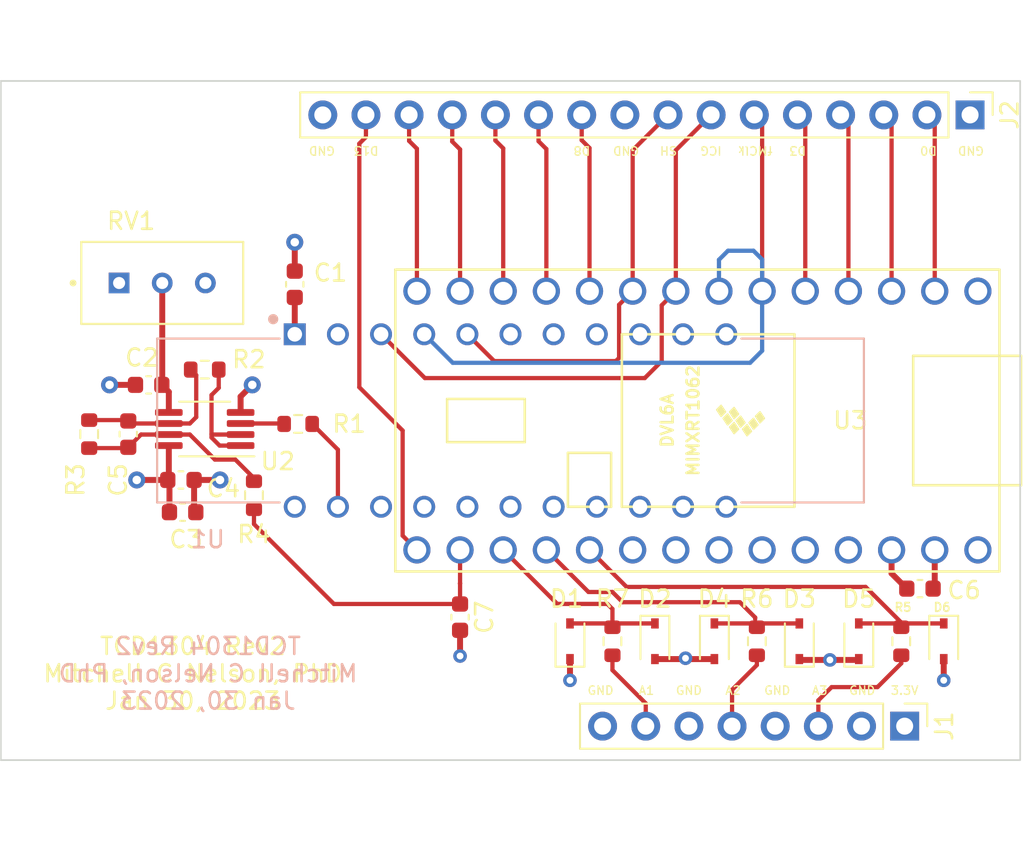
<source format=kicad_pcb>
(kicad_pcb (version 20211014) (generator pcbnew)
  (layers (0 "F.Cu" signal) (1 "In1.Cu" signal) (2 "In2.Cu" signal) (31 "B.Cu" signal) (34 "B.Paste" user) (35 "F.Paste" user) (36 "B.SilkS" user "B.Silkscreen") (37 "F.SilkS" user "F.Silkscreen") (38 "B.Mask" user) (39 "F.Mask" user) (44 "Edge.Cuts" user))
  (net 0 "")
  (net 1 "+3.3V")
  (net 2 "Earth")
  (net 3 "Net-(C2-Pad1)")
  (net 4 "Net-(C5-Pad1)")
  (net 5 "Net-(C5-Pad2)")
  (net 6 "Net-(D5-Pad2)")
  (net 7 "Net-(J2-Pad2)")
  (net 8 "Net-(J2-Pad3)")
  (net 9 "Net-(J2-Pad4)")
  (net 10 "Net-(J2-Pad5)")
  (net 11 "Net-(J2-Pad6)")
  (net 12 "Net-(J2-Pad7)")
  (net 13 "Net-(J2-Pad8)")
  (net 14 "Net-(J2-Pad10)")
  (net 15 "Net-(J2-Pad11)")
  (net 16 "Net-(J2-Pad12)")
  (net 17 "Net-(J2-Pad13)")
  (net 18 "Net-(J2-Pad14)")
  (net 19 "Net-(J2-Pad15)")
  (net 20 "Net-(R1-Pad1)")
  (net 21 "Net-(R1-Pad2)")
  (net 22 "Net-(R2-Pad1)")
  (net 23 "Net-(C7-Pad1)")
  (net 31 "Net-(D1-Pad2)")
  (net 32 "Net-(D3-Pad2)")
  (net 33 "Net-(J1-Pad3)")
  (net 34 "Net-(J1-Pad5)")
  (net 35 "Net-(J1-Pad7)")
  (footprint "Diode_SMD:D_SOD-323" (layer "F.Cu") (at 153.5 113 90)
    (fp_text reference "D1" (at 2.5 -0.2 180) (layer "F.SilkS"))
    (fp_text value "D_Schottky" hide)
    (fp_line (start -1.5 0.85) (end 1.05 0.85) (layer "F.SilkS") (width 0.12))
    (fp_line (start -1.5 -0.85) (end -1.5 0.85) (layer "F.SilkS") (width 0.12))
    (fp_line (start -1.5 -0.85) (end 1.05 -0.85) (layer "F.SilkS") (width 0.12))
    (pad "1" smd rect (at -1.05 0 90) (size 0.6 0.45) (layers "F.Cu" "F.Paste" "F.Mask") (net 1 "+3.3V"))
    (pad "2" smd rect (at 1.05 0 90) (size 0.6 0.45) (layers "F.Cu" "F.Paste" "F.Mask") (net 31 "Net-(D1-Pad2)"))
  )
  (footprint "Diode_SMD:D_SOD-323" (layer "F.Cu") (at 170.5 113 90)
    (fp_text reference "D5" (at 2.5 0 180) (layer "F.SilkS"))
    (fp_text value "D_Schottky")
    (fp_line (start -1.5 -0.85) (end -1.5 0.85) (layer "F.SilkS") (width 0.12))
    (fp_line (start -1.5 -0.85) (end 1.05 -0.85) (layer "F.SilkS") (width 0.12))
    (fp_line (start -1.5 0.85) (end 1.05 0.85) (layer "F.SilkS") (width 0.12))
    (pad "1" smd rect (at -1.05 0 90) (size 0.6 0.45) (layers "F.Cu" "F.Paste" "F.Mask") (net 1 "+3.3V"))
    (pad "2" smd rect (at 1.05 0 90) (size 0.6 0.45) (layers "F.Cu" "F.Paste" "F.Mask") (net 6 "Net-(D5-Pad2)"))
  )
  (footprint "Resistor_SMD:R_0603_1608Metric" (layer "F.Cu") (at 173 113 90)
    (fp_text reference "R5" (at 2 0.1 180) (layer "F.SilkS") (effects (font (size 0.5 0.5) (thickness 0.1))))
    (fp_text value "300R")
    (fp_line (start -0.237258 -0.5225) (end 0.237258 -0.5225) (layer "F.SilkS") (width 0.12))
    (fp_line (start -0.237258 0.5225) (end 0.237258 0.5225) (layer "F.SilkS") (width 0.12))
    (pad "1" smd roundrect (at -0.825 0 90) (size 0.8 0.95) (layers "F.Cu" "F.Paste" "F.Mask") (net 33 "Net-(J1-Pad3)"))
    (pad "2" smd roundrect (at 0.825 0 90) (size 0.8 0.95) (layers "F.Cu" "F.Paste" "F.Mask") (net 6 "Net-(D5-Pad2)"))
  )
  (footprint "Capacitor_SMD:C_0603_1608Metric" (layer "F.Cu") (at 147.03 111.58 -90)
    (fp_text reference "C7" (at 0 -1.43 90) (layer "F.SilkS"))
    (fp_text value "1nF")
    (fp_line (start -0.14058 -0.51) (end 0.14058 -0.51) (layer "F.SilkS") (width 0.12))
    (fp_line (start -0.14058 0.51) (end 0.14058 0.51) (layer "F.SilkS") (width 0.12))
    (pad "1" smd roundrect (at -0.775 0 270) (size 0.9 0.95) (layers "F.Cu" "F.Paste" "F.Mask") (net 23 "Net-(C7-Pad1)"))
    (pad "2" smd roundrect (at 0.775 0 270) (size 0.9 0.95) (layers "F.Cu" "F.Paste" "F.Mask") (net 2 "Earth"))
  )
  (footprint "Capacitor_SMD:C_0603_1608Metric" (layer "F.Cu") (at 174.1 109.9)
    (fp_text reference "C6" (at 2.6 0.1) (layer "F.SilkS"))
    (fp_text value "10uF")
    (fp_line (start -0.14058 0.51) (end 0.14058 0.51) (layer "F.SilkS") (width 0.12))
    (fp_line (start -0.14058 -0.51) (end 0.14058 -0.51) (layer "F.SilkS") (width 0.12))
    (pad "1" smd roundrect (at -0.775 0) (size 0.9 0.95) (layers "F.Cu" "F.Paste" "F.Mask") (net 1 "+3.3V"))
    (pad "2" smd roundrect (at 0.775 0) (size 0.9 0.95) (layers "F.Cu" "F.Paste" "F.Mask") (net 2 "Earth"))
  )
  (footprint "Resistor_SMD:R_0603_1608Metric" (layer "F.Cu") (at 156 113 90)
    (fp_text reference "R7" (at 2.5 0 180) (layer "F.SilkS"))
    (fp_text value "300R" hide)
    (fp_line (start -0.237258 -0.5225) (end 0.237258 -0.5225) (layer "F.SilkS") (width 0.12))
    (fp_line (start -0.237258 0.5225) (end 0.237258 0.5225) (layer "F.SilkS") (width 0.12))
    (pad "1" smd roundrect (at -0.825 0 90) (size 0.8 0.95) (layers "F.Cu" "F.Paste" "F.Mask") (net 35 "Net-(J1-Pad7)"))
    (pad "2" smd roundrect (at 0.825 0 90) (size 0.8 0.95) (layers "F.Cu" "F.Paste" "F.Mask") (net 31 "Net-(D1-Pad2)"))
  )
  (footprint "BournsTrimPot_3296W-1-502LF:TRIM_3296W-1-502LF" (layer "F.Cu") (at 129.5 91.9)
    (fp_text reference "RV1" (at -1.83284 -3.65058) (layer "F.SilkS") (effects (font (size 1.004283 1.004283))))
    (fp_text value "10K")
    (fp_line (start 4.765 -2.42) (end 4.765 2.41) (layer "F.SilkS") (width 0.127))
    (fp_line (start -4.765 2.41) (end -4.765 -2.42) (layer "F.SilkS") (width 0.127))
    (fp_line (start 4.765 2.41) (end -4.765 2.41) (layer "F.SilkS") (width 0.127))
    (fp_line (start -4.765 -2.42) (end 4.765 -2.42) (layer "F.SilkS") (width 0.127))
    (fp_circle (center -5.25 0) (end -5.15 0) (layer "F.SilkS") (width 0.2) (fill none))
    (pad "1" thru_hole rect locked (at -2.54 0) (size 1.218 1.218) (drill 0.71) (layers *.Cu *.Mask) (net 1 "+3.3V"))
    (pad "2" thru_hole circle locked (at 0 0) (size 1.218 1.218) (drill 0.71) (layers *.Cu *.Mask) (net 3 "Net-(C2-Pad1)"))
    (pad "3" thru_hole circle locked (at 2.54 0) (size 1.218 1.218) (drill 0.71) (layers *.Cu *.Mask) (net 2 "Earth"))
  )
  (footprint "Resistor_SMD:R_0603_1608Metric" (layer "F.Cu") (at 134.9 104.4 -90)
    (fp_text reference "R4" (at 2.3 0) (layer "F.SilkS"))
    (fp_text value "100R")
    (fp_line (start -0.237258 -0.5225) (end 0.237258 -0.5225) (layer "F.SilkS") (width 0.12))
    (fp_line (start -0.237258 0.5225) (end 0.237258 0.5225) (layer "F.SilkS") (width 0.12))
    (pad "1" smd roundrect (at -0.825 0 270) (size 0.8 0.95) (layers "F.Cu" "F.Paste" "F.Mask") (net 4 "Net-(C5-Pad1)"))
    (pad "2" smd roundrect (at 0.825 0 270) (size 0.8 0.95) (layers "F.Cu" "F.Paste" "F.Mask") (net 23 "Net-(C7-Pad1)"))
  )
  (footprint "teensy_footprints:Teensy40" (layer "F.Cu") (at 161 100 180)
    (fp_text reference "U3" (at -9 0) (layer "F.SilkS"))
    (fp_text value "Teensy4.0")
    (fp_text user "MIMXRT1062" (at 0.254 0 90) (layer "F.SilkS") (effects (font (size 0.7 0.7))))
    (fp_text user "DVL6A" (at 1.778 0 90) (layer "F.SilkS") (effects (font (size 0.7 0.7))))
    (fp_line (start -17.78 8.89) (end -17.78 -8.89) (layer "F.SilkS") (width 0.15))
    (fp_line (start -17.78 3.81) (end -19.05 3.81) (layer "F.SilkS") (width 0.15))
    (fp_line (start -19.05 3.81) (end -19.05 -3.81) (layer "F.SilkS") (width 0.15))
    (fp_line (start -12.7 3.81) (end -12.7 -3.81) (layer "F.SilkS") (width 0.15))
    (fp_line (start -17.78 -8.89) (end 17.78 -8.89) (layer "F.SilkS") (width 0.15))
    (fp_line (start 10.16 1.27) (end 10.16 -1.27) (layer "F.SilkS") (width 0.15))
    (fp_line (start 4.445 -5.08) (end -5.715 -5.08) (layer "F.SilkS") (width 0.15))
    (fp_line (start 4.445 5.08) (end 4.445 -5.08) (layer "F.SilkS") (width 0.15))
    (fp_line (start 5.08 -1.905) (end 5.08 -5.08) (layer "F.SilkS") (width 0.15))
    (fp_line (start 17.78 8.89) (end -17.78 8.89) (layer "F.SilkS") (width 0.15))
    (fp_line (start 7.62 -5.08) (end 7.62 -1.905) (layer "F.SilkS") (width 0.15))
    (fp_line (start -5.715 -5.08) (end -5.715 5.08) (layer "F.SilkS") (width 0.15))
    (fp_line (start 14.732 1.27) (end 10.16 1.27) (layer "F.SilkS") (width 0.15))
    (fp_line (start 5.08 -5.08) (end 7.62 -5.08) (layer "F.SilkS") (width 0.15))
    (fp_line (start 7.62 -1.905) (end 5.08 -1.905) (layer "F.SilkS") (width 0.15))
    (fp_line (start -19.05 -3.81) (end -17.78 -3.81) (layer "F.SilkS") (width 0.15))
    (fp_line (start -12.7 -3.81) (end -17.78 -3.81) (layer "F.SilkS") (width 0.15))
    (fp_line (start 10.16 -1.27) (end 14.732 -1.27) (layer "F.SilkS") (width 0.15))
    (fp_line (start 4.445 5.08) (end -5.715 5.08) (layer "F.SilkS") (width 0.15))
    (fp_line (start 14.732 -1.27) (end 14.732 1.27) (layer "F.SilkS") (width 0.15))
    (fp_line (start 17.78 -8.89) (end 17.78 8.89) (layer "F.SilkS") (width 0.15))
    (fp_line (start -12.7 3.81) (end -17.78 3.81) (layer "F.SilkS") (width 0.15))
    (fp_poly (pts (xy -3.556 -0.254) (xy -3.302 -0.508) (xy -3.048 -0.127) (xy -3.302 0.127)) (layer "F.SilkS") (width 0.1) (fill solid))
    (fp_poly (pts (xy -2.413 -0.508) (xy -2.159 -0.762) (xy -1.905 -0.381) (xy -2.159 -0.127)) (layer "F.SilkS") (width 0.1) (fill solid))
    (fp_poly (pts (xy -2.032 0) (xy -1.778 -0.254) (xy -1.524 0.127) (xy -1.778 0.381)) (layer "F.SilkS") (width 0.1) (fill solid))
    (fp_poly (pts (xy -1.651 0.508) (xy -1.397 0.254) (xy -1.143 0.635) (xy -1.397 0.889)) (layer "F.SilkS") (width 0.1) (fill solid))
    (fp_poly (pts (xy -3.937 0.127) (xy -3.683 -0.127) (xy -3.429 0.254) (xy -3.683 0.508)) (layer "F.SilkS") (width 0.1) (fill solid))
    (fp_poly (pts (xy -2.794 -0.127) (xy -2.54 -0.381) (xy -2.286 0) (xy -2.54 0.254)) (layer "F.SilkS") (width 0.1) (fill solid))
    (fp_poly (pts (xy -2.413 0.381) (xy -2.159 0.127) (xy -1.905 0.508) (xy -2.159 0.762)) (layer "F.SilkS") (width 0.1) (fill solid))
    (fp_poly (pts (xy -3.175 -0.635) (xy -2.921 -0.889) (xy -2.667 -0.508) (xy -2.921 -0.254)) (layer "F.SilkS") (width 0.1) (fill solid))
    (pad "1" thru_hole circle (at -16.51 7.62 180) (size 1.6 1.6) (drill 1.1) (layers *.Cu *.Mask) (net 2 "Earth"))
    (pad "2" thru_hole circle (at -13.97 7.62 180) (size 1.6 1.6) (drill 1.1) (layers *.Cu *.Mask) (net 7 "Net-(J2-Pad2)"))
    (pad "3" thru_hole circle (at -11.43 7.62 180) (size 1.6 1.6) (drill 1.1) (layers *.Cu *.Mask) (net 8 "Net-(J2-Pad3)"))
    (pad "4" thru_hole circle (at -8.89 7.62 180) (size 1.6 1.6) (drill 1.1) (layers *.Cu *.Mask) (net 9 "Net-(J2-Pad4)"))
    (pad "5" thru_hole circle (at -6.35 7.62 180) (size 1.6 1.6) (drill 1.1) (layers *.Cu *.Mask) (net 10 "Net-(J2-Pad5)"))
    (pad "6" thru_hole circle (at -3.81 7.62 180) (size 1.6 1.6) (drill 1.1) (layers *.Cu *.Mask) (net 11 "Net-(J2-Pad6)"))
    (pad "7" thru_hole circle (at -1.27 7.62 180) (size 1.6 1.6) (drill 1.1) (layers *.Cu *.Mask) (net 11 "Net-(J2-Pad6)"))
    (pad "8" thru_hole circle (at 1.27 7.62 180) (size 1.6 1.6) (drill 1.1) (layers *.Cu *.Mask) (net 12 "Net-(J2-Pad7)"))
    (pad "9" thru_hole circle (at 3.81 7.62 180) (size 1.6 1.6) (drill 1.1) (layers *.Cu *.Mask) (net 13 "Net-(J2-Pad8)"))
    (pad "10" thru_hole circle (at 6.35 7.62 180) (size 1.6 1.6) (drill 1.1) (layers *.Cu *.Mask) (net 14 "Net-(J2-Pad10)"))
    (pad "11" thru_hole circle (at 8.89 7.62 180) (size 1.6 1.6) (drill 1.1) (layers *.Cu *.Mask) (net 15 "Net-(J2-Pad11)"))
    (pad "12" thru_hole circle (at 11.43 7.62 180) (size 1.6 1.6) (drill 1.1) (layers *.Cu *.Mask) (net 16 "Net-(J2-Pad12)"))
    (pad "13" thru_hole circle (at 13.97 7.62 180) (size 1.6 1.6) (drill 1.1) (layers *.Cu *.Mask) (net 17 "Net-(J2-Pad13)"))
    (pad "14" thru_hole circle (at 16.51 7.62 180) (size 1.6 1.6) (drill 1.1) (layers *.Cu *.Mask) (net 18 "Net-(J2-Pad14)"))
    (pad "20" thru_hole circle (at 16.51 -7.62 180) (size 1.6 1.6) (drill 1.1) (layers *.Cu *.Mask) (net 19 "Net-(J2-Pad15)"))
    (pad "21" thru_hole circle (at 13.97 -7.62 180) (size 1.6 1.6) (drill 1.1) (layers *.Cu *.Mask) (net 23 "Net-(C7-Pad1)"))
    (pad "22" thru_hole circle (at 11.43 -7.62 180) (size 1.6 1.6) (drill 1.1) (layers *.Cu *.Mask) (net 31 "Net-(D1-Pad2)"))
    (pad "23" thru_hole circle (at 8.89 -7.62 180) (size 1.6 1.6) (drill 1.1) (layers *.Cu *.Mask) (net 32 "Net-(D3-Pad2)"))
    (pad "24" thru_hole circle (at 6.35 -7.62 180) (size 1.6 1.6) (drill 1.1) (layers *.Cu *.Mask) (net 6 "Net-(D5-Pad2)"))
    (pad "25" thru_hole circle (at 3.81 -7.62 180) (size 1.6 1.6) (drill 1.1) (layers *.Cu *.Mask))
    (pad "26" thru_hole circle (at 1.27 -7.62 180) (size 1.6 1.6) (drill 1.1) (layers *.Cu *.Mask))
    (pad "27" thru_hole circle (at -1.27 -7.62 180) (size 1.6 1.6) (drill 1.1) (layers *.Cu *.Mask))
    (pad "28" thru_hole circle (at -3.81 -7.62 180) (size 1.6 1.6) (drill 1.1) (layers *.Cu *.Mask))
    (pad "29" thru_hole circle (at -6.35 -7.62 180) (size 1.6 1.6) (drill 1.1) (layers *.Cu *.Mask))
    (pad "30" thru_hole circle (at -8.89 -7.62 180) (size 1.6 1.6) (drill 1.1) (layers *.Cu *.Mask))
    (pad "31" thru_hole circle (at -11.43 -7.62 180) (size 1.6 1.6) (drill 1.1) (layers *.Cu *.Mask) (net 1 "+3.3V"))
    (pad "32" thru_hole circle locked (at -13.97 -7.62 180) (size 1.6 1.6) (drill 1.1) (layers *.Cu *.Mask) (net 2 "Earth"))
    (pad "33" thru_hole circle (at -16.51 -7.62 180) (size 1.6 1.6) (drill 1.1) (layers *.Cu *.Mask))
  )
  (footprint "Package_SO:MSOP-8_3x3mm_P0.65mm" (layer "F.Cu") (at 132 100.5 180)
    (fp_text reference "U2" (at -4.3 -1.9) (layer "F.SilkS"))
    (fp_text value "ADA4896-2")
    (fp_line (start 0 -1.61) (end 1.5 -1.61) (layer "F.SilkS") (width 0.12))
    (fp_line (start 0 -1.61) (end -2.925 -1.61) (layer "F.SilkS") (width 0.12))
    (fp_line (start 0 1.61) (end 1.5 1.61) (layer "F.SilkS") (width 0.12))
    (fp_line (start 0 1.61) (end -1.5 1.61) (layer "F.SilkS") (width 0.12))
    (pad "1" smd roundrect (at -2.1125 -0.975 180) (size 1.625 0.4) (layers "F.Cu" "F.Paste" "F.Mask") (net 22 "Net-(R2-Pad1)"))
    (pad "2" smd roundrect (at -2.1125 -0.325 180) (size 1.625 0.4) (layers "F.Cu" "F.Paste" "F.Mask") (net 22 "Net-(R2-Pad1)"))
    (pad "3" smd roundrect (at -2.1125 0.325 180) (size 1.625 0.4) (layers "F.Cu" "F.Paste" "F.Mask") (net 21 "Net-(R1-Pad2)"))
    (pad "4" smd roundrect (at -2.1125 0.975 180) (size 1.625 0.4) (layers "F.Cu" "F.Paste" "F.Mask") (net 2 "Earth"))
    (pad "5" smd roundrect (at 2.1125 0.975 180) (size 1.625 0.4) (layers "F.Cu" "F.Paste" "F.Mask") (net 3 "Net-(C2-Pad1)"))
    (pad "6" smd roundrect (at 2.1125 0.325 180) (size 1.625 0.4) (layers "F.Cu" "F.Paste" "F.Mask") (net 5 "Net-(C5-Pad2)"))
    (pad "7" smd roundrect (at 2.1125 -0.325 180) (size 1.625 0.4) (layers "F.Cu" "F.Paste" "F.Mask") (net 4 "Net-(C5-Pad1)"))
    (pad "8" smd roundrect (at 2.1125 -0.975 180) (size 1.625 0.4) (layers "F.Cu" "F.Paste" "F.Mask") (net 1 "+3.3V"))
  )
  (footprint "Connector_PinHeader_2.54mm:PinHeader_1x08_P2.54mm_Vertical" (layer "F.Cu") (at 173.2 118 -90)
    (fp_text reference "J1" (at 0 -2.33 90) (layer "F.SilkS"))
    (fp_text value "Conn_01x08_Male")
    (fp_line (start -1.33 -1.33) (end 0 -1.33) (layer "F.SilkS") (width 0.12))
    (fp_line (start -1.33 19.11) (end 1.33 19.11) (layer "F.SilkS") (width 0.12))
    (fp_line (start -1.33 0) (end -1.33 -1.33) (layer "F.SilkS") (width 0.12))
    (fp_line (start -1.33 1.27) (end 1.33 1.27) (layer "F.SilkS") (width 0.12))
    (fp_line (start -1.33 1.27) (end -1.33 19.11) (layer "F.SilkS") (width 0.12))
    (fp_line (start 1.33 1.27) (end 1.33 19.11) (layer "F.SilkS") (width 0.12))
    (pad "1" thru_hole rect (at 0 0 270) (size 1.7 1.7) (drill 1) (layers *.Cu *.Mask) (net 1 "+3.3V"))
    (pad "2" thru_hole oval (at 0 2.54 270) (size 1.7 1.7) (drill 1) (layers *.Cu *.Mask) (net 2 "Earth"))
    (pad "3" thru_hole oval (at 0 5.08 270) (size 1.7 1.7) (drill 1) (layers *.Cu *.Mask) (net 33 "Net-(J1-Pad3)"))
    (pad "4" thru_hole oval (at 0 7.62 270) (size 1.7 1.7) (drill 1) (layers *.Cu *.Mask) (net 2 "Earth"))
    (pad "5" thru_hole oval (at 0 10.16 270) (size 1.7 1.7) (drill 1) (layers *.Cu *.Mask) (net 34 "Net-(J1-Pad5)"))
    (pad "6" thru_hole oval (at 0 12.7 270) (size 1.7 1.7) (drill 1) (layers *.Cu *.Mask) (net 2 "Earth"))
    (pad "7" thru_hole oval (at 0 15.24 270) (size 1.7 1.7) (drill 1) (layers *.Cu *.Mask) (net 35 "Net-(J1-Pad7)"))
    (pad "8" thru_hole oval (at 0 17.78 270) (size 1.7 1.7) (drill 1) (layers *.Cu *.Mask) (net 2 "Earth"))
  )
  (footprint "Diode_SMD:D_SOD-323" (layer "F.Cu") (at 175.5 113 -90)
    (fp_text reference "D6" (at -2 0.1 180) (layer "F.SilkS") (effects (font (size 0.5 0.5) (thickness 0.1))))
    (fp_text value "D_Schottky")
    (fp_line (start -1.5 -0.85) (end -1.5 0.85) (layer "F.SilkS") (width 0.12))
    (fp_line (start -1.5 0.85) (end 1.05 0.85) (layer "F.SilkS") (width 0.12))
    (fp_line (start -1.5 -0.85) (end 1.05 -0.85) (layer "F.SilkS") (width 0.12))
    (pad "1" smd rect (at -1.05 0 270) (size 0.6 0.45) (layers "F.Cu" "F.Paste" "F.Mask") (net 6 "Net-(D5-Pad2)"))
    (pad "2" smd rect (at 1.05 0 270) (size 0.6 0.45) (layers "F.Cu" "F.Paste" "F.Mask") (net 2 "Earth"))
  )
  (footprint "Capacitor_SMD:C_0603_1608Metric" (layer "F.Cu") (at 137.3 91.975 90)
    (fp_text reference "C1" (at 0.675 2.1 180) (layer "F.SilkS"))
    (fp_text value "10uF")
    (fp_line (start -0.14058 0.51) (end 0.14058 0.51) (layer "F.SilkS") (width 0.12))
    (fp_line (start -0.14058 -0.51) (end 0.14058 -0.51) (layer "F.SilkS") (width 0.12))
    (pad "1" smd roundrect (at -0.775 0 90) (size 0.9 0.95) (layers "F.Cu" "F.Paste" "F.Mask") (net 1 "+3.3V"))
    (pad "2" smd roundrect (at 0.775 0 90) (size 0.9 0.95) (layers "F.Cu" "F.Paste" "F.Mask") (net 2 "Earth"))
  )
  (footprint "Diode_SMD:D_SOD-323" (layer "F.Cu") (at 158.5 113 -90)
    (fp_text reference "D2" (at -2.5 0 180) (layer "F.SilkS"))
    (fp_text value "D_Schottky" hide)
    (fp_line (start -1.5 -0.85) (end 1.05 -0.85) (layer "F.SilkS") (width 0.12))
    (fp_line (start -1.5 -0.85) (end -1.5 0.85) (layer "F.SilkS") (width 0.12))
    (fp_line (start -1.5 0.85) (end 1.05 0.85) (layer "F.SilkS") (width 0.12))
    (pad "1" smd rect (at -1.05 0 270) (size 0.6 0.45) (layers "F.Cu" "F.Paste" "F.Mask") (net 31 "Net-(D1-Pad2)"))
    (pad "2" smd rect (at 1.05 0 270) (size 0.6 0.45) (layers "F.Cu" "F.Paste" "F.Mask") (net 2 "Earth"))
  )
  (footprint "Diode_SMD:D_SOD-323" (layer "F.Cu") (at 162 113 -90)
    (fp_text reference "D4" (at -2.5 0 180) (layer "F.SilkS"))
    (fp_text value "D_Schottky")
    (fp_line (start -1.5 -0.85) (end 1.05 -0.85) (layer "F.SilkS") (width 0.12))
    (fp_line (start -1.5 -0.85) (end -1.5 0.85) (layer "F.SilkS") (width 0.12))
    (fp_line (start -1.5 0.85) (end 1.05 0.85) (layer "F.SilkS") (width 0.12))
    (pad "1" smd rect (at -1.05 0 270) (size 0.6 0.45) (layers "F.Cu" "F.Paste" "F.Mask") (net 32 "Net-(D3-Pad2)"))
    (pad "2" smd rect (at 1.05 0 270) (size 0.6 0.45) (layers "F.Cu" "F.Paste" "F.Mask") (net 2 "Earth"))
  )
  (footprint "Resistor_SMD:R_0603_1608Metric" (layer "F.Cu") (at 132 97 180)
    (fp_text reference "R2" (at -2.6 0.6) (layer "F.SilkS"))
    (fp_text value "499R")
    (fp_line (start -0.237258 -0.5225) (end 0.237258 -0.5225) (layer "F.SilkS") (width 0.12))
    (fp_line (start -0.237258 0.5225) (end 0.237258 0.5225) (layer "F.SilkS") (width 0.12))
    (pad "1" smd roundrect (at -0.825 0 180) (size 0.8 0.95) (layers "F.Cu" "F.Paste" "F.Mask") (net 22 "Net-(R2-Pad1)"))
    (pad "2" smd roundrect (at 0.825 0 180) (size 0.8 0.95) (layers "F.Cu" "F.Paste" "F.Mask") (net 5 "Net-(C5-Pad2)"))
  )
  (footprint "Capacitor_SMD:C_0603_1608Metric" (layer "F.Cu") (at 127.5 100.8 90)
    (fp_text reference "C5" (at -2.7 -0.6 90) (layer "F.SilkS"))
    (fp_text value "2p")
    (fp_line (start -0.14058 -0.51) (end 0.14058 -0.51) (layer "F.SilkS") (width 0.12))
    (fp_line (start -0.14058 0.51) (end 0.14058 0.51) (layer "F.SilkS") (width 0.12))
    (pad "1" smd roundrect (at -0.775 0 90) (size 0.9 0.95) (layers "F.Cu" "F.Paste" "F.Mask") (net 4 "Net-(C5-Pad1)"))
    (pad "2" smd roundrect (at 0.775 0 90) (size 0.9 0.95) (layers "F.Cu" "F.Paste" "F.Mask") (net 5 "Net-(C5-Pad2)"))
  )
  (footprint "Diode_SMD:D_SOD-323" (layer "F.Cu") (at 167 113 90)
    (fp_text reference "D3" (at 2.5 0 180) (layer "F.SilkS"))
    (fp_text value "D_Schottky")
    (fp_line (start -1.5 -0.85) (end 1.05 -0.85) (layer "F.SilkS") (width 0.12))
    (fp_line (start -1.5 0.85) (end 1.05 0.85) (layer "F.SilkS") (width 0.12))
    (fp_line (start -1.5 -0.85) (end -1.5 0.85) (layer "F.SilkS") (width 0.12))
    (pad "1" smd rect (at -1.05 0 90) (size 0.6 0.45) (layers "F.Cu" "F.Paste" "F.Mask") (net 1 "+3.3V"))
    (pad "2" smd rect (at 1.05 0 90) (size 0.6 0.45) (layers "F.Cu" "F.Paste" "F.Mask") (net 32 "Net-(D3-Pad2)"))
  )
  (footprint "Capacitor_SMD:C_0603_1608Metric" (layer "F.Cu") (at 130.6 103.5)
    (fp_text reference "C4" (at 2.5 0.5) (layer "F.SilkS"))
    (fp_text value "0.1uF")
    (fp_line (start -0.14058 -0.51) (end 0.14058 -0.51) (layer "F.SilkS") (width 0.12))
    (fp_line (start -0.14058 0.51) (end 0.14058 0.51) (layer "F.SilkS") (width 0.12))
    (pad "1" smd roundrect (at -0.775 0) (size 0.9 0.95) (layers "F.Cu" "F.Paste" "F.Mask") (net 1 "+3.3V"))
    (pad "2" smd roundrect (at 0.775 0) (size 0.9 0.95) (layers "F.Cu" "F.Paste" "F.Mask") (net 2 "Earth"))
  )
  (footprint "Capacitor_SMD:C_0603_1608Metric" (layer "F.Cu") (at 128.7 97.9 180)
    (fp_text reference "C2" (at 0.4 1.6) (layer "F.SilkS"))
    (fp_text value "0.1uF")
    (fp_line (start -0.14058 -0.51) (end 0.14058 -0.51) (layer "F.SilkS") (width 0.12))
    (fp_line (start -0.14058 0.51) (end 0.14058 0.51) (layer "F.SilkS") (width 0.12))
    (pad "1" smd roundrect (at -0.775 0 180) (size 0.9 0.95) (layers "F.Cu" "F.Paste" "F.Mask") (net 3 "Net-(C2-Pad1)"))
    (pad "2" smd roundrect (at 0.775 0 180) (size 0.9 0.95) (layers "F.Cu" "F.Paste" "F.Mask") (net 2 "Earth"))
  )
  (footprint "Resistor_SMD:R_0603_1608Metric" (layer "F.Cu") (at 125.2 100.8 90)
    (fp_text reference "R3" (at -2.7 -0.8 90) (layer "F.SilkS"))
    (fp_text value "2K")
    (fp_line (start -0.237258 0.5225) (end 0.237258 0.5225) (layer "F.SilkS") (width 0.12))
    (fp_line (start -0.237258 -0.5225) (end 0.237258 -0.5225) (layer "F.SilkS") (width 0.12))
    (pad "1" smd roundrect (at -0.825 0 90) (size 0.8 0.95) (layers "F.Cu" "F.Paste" "F.Mask") (net 4 "Net-(C5-Pad1)"))
    (pad "2" smd roundrect (at 0.825 0 90) (size 0.8 0.95) (layers "F.Cu" "F.Paste" "F.Mask") (net 5 "Net-(C5-Pad2)"))
  )
  (footprint "Resistor_SMD:R_0603_1608Metric" (layer "F.Cu") (at 164.5 113 90)
    (fp_text reference "R6" (at 2.5 0 180) (layer "F.SilkS"))
    (fp_text value "300R")
    (fp_line (start -0.237258 -0.5225) (end 0.237258 -0.5225) (layer "F.SilkS") (width 0.12))
    (fp_line (start -0.237258 0.5225) (end 0.237258 0.5225) (layer "F.SilkS") (width 0.12))
    (pad "1" smd roundrect (at -0.825 0 90) (size 0.8 0.95) (layers "F.Cu" "F.Paste" "F.Mask") (net 34 "Net-(J1-Pad5)"))
    (pad "2" smd roundrect (at 0.825 0 90) (size 0.8 0.95) (layers "F.Cu" "F.Paste" "F.Mask") (net 32 "Net-(D3-Pad2)"))
  )
  (footprint "Resistor_SMD:R_0603_1608Metric" (layer "F.Cu") (at 137.5 100.2 180)
    (fp_text reference "R1" (at -3 0) (layer "F.SilkS"))
    (fp_text value "100R")
    (fp_line (start -0.237258 0.5225) (end 0.237258 0.5225) (layer "F.SilkS") (width 0.12))
    (fp_line (start -0.237258 -0.5225) (end 0.237258 -0.5225) (layer "F.SilkS") (width 0.12))
    (pad "1" smd roundrect (at -0.825 0 180) (size 0.8 0.95) (layers "F.Cu" "F.Paste" "F.Mask") (net 20 "Net-(R1-Pad1)"))
    (pad "2" smd roundrect (at 0.825 0 180) (size 0.8 0.95) (layers "F.Cu" "F.Paste" "F.Mask") (net 21 "Net-(R1-Pad2)"))
  )
  (footprint "Connector_PinHeader_2.54mm:PinHeader_1x16_P2.54mm_Vertical" (layer "F.Cu") (at 177.05 82 -90)
    (fp_text reference "J2" (at 0 -2.33 90) (layer "F.SilkS"))
    (fp_text value "Conn_01x16_Male")
    (fp_line (start -1.33 -1.33) (end 0 -1.33) (layer "F.SilkS") (width 0.12))
    (fp_line (start -1.33 1.27) (end 1.33 1.27) (layer "F.SilkS") (width 0.12))
    (fp_line (start -1.33 1.27) (end -1.33 39.43) (layer "F.SilkS") (width 0.12))
    (fp_line (start -1.33 0) (end -1.33 -1.33) (layer "F.SilkS") (width 0.12))
    (fp_line (start 1.33 1.27) (end 1.33 39.43) (layer "F.SilkS") (width 0.12))
    (fp_line (start -1.33 39.43) (end 1.33 39.43) (layer "F.SilkS") (width 0.12))
    (pad "1" thru_hole rect (at 0 0 270) (size 1.7 1.7) (drill 1) (layers *.Cu *.Mask) (net 2 "Earth"))
    (pad "2" thru_hole oval (at 0 2.54 270) (size 1.7 1.7) (drill 1) (layers *.Cu *.Mask) (net 7 "Net-(J2-Pad2)"))
    (pad "3" thru_hole oval (at 0 5.08 270) (size 1.7 1.7) (drill 1) (layers *.Cu *.Mask) (net 8 "Net-(J2-Pad3)"))
    (pad "4" thru_hole oval (at 0 7.62 270) (size 1.7 1.7) (drill 1) (layers *.Cu *.Mask) (net 9 "Net-(J2-Pad4)"))
    (pad "5" thru_hole oval (at 0 10.16 270) (size 1.7 1.7) (drill 1) (layers *.Cu *.Mask) (net 10 "Net-(J2-Pad5)"))
    (pad "6" thru_hole oval (at 0 12.7 270) (size 1.7 1.7) (drill 1) (layers *.Cu *.Mask) (net 11 "Net-(J2-Pad6)"))
    (pad "7" thru_hole oval (at 0 15.24 270) (size 1.7 1.7) (drill 1) (layers *.Cu *.Mask) (net 12 "Net-(J2-Pad7)"))
    (pad "8" thru_hole oval (at 0 17.78 270) (size 1.7 1.7) (drill 1) (layers *.Cu *.Mask) (net 13 "Net-(J2-Pad8)"))
    (pad "9" thru_hole oval (at 0 20.32 270) (size 1.7 1.7) (drill 1) (layers *.Cu *.Mask) (net 2 "Earth"))
    (pad "10" thru_hole oval (at 0 22.86 270) (size 1.7 1.7) (drill 1) (layers *.Cu *.Mask) (net 14 "Net-(J2-Pad10)"))
    (pad "11" thru_hole oval (at 0 25.4 270) (size 1.7 1.7) (drill 1) (layers *.Cu *.Mask) (net 15 "Net-(J2-Pad11)"))
    (pad "12" thru_hole oval (at 0 27.94 270) (size 1.7 1.7) (drill 1) (layers *.Cu *.Mask) (net 16 "Net-(J2-Pad12)"))
    (pad "13" thru_hole oval (at 0 30.48 270) (size 1.7 1.7) (drill 1) (layers *.Cu *.Mask) (net 17 "Net-(J2-Pad13)"))
    (pad "14" thru_hole oval (at 0 33.02 270) (size 1.7 1.7) (drill 1) (layers *.Cu *.Mask) (net 18 "Net-(J2-Pad14)"))
    (pad "15" thru_hole oval (at 0 35.56 270) (size 1.7 1.7) (drill 1) (layers *.Cu *.Mask) (net 19 "Net-(J2-Pad15)"))
    (pad "16" thru_hole oval (at 0 38.1 270) (size 1.7 1.7) (drill 1) (layers *.Cu *.Mask) (net 2 "Earth"))
  )
  (footprint "Capacitor_SMD:C_0603_1608Metric" (layer "F.Cu") (at 130.7 105.4)
    (fp_text reference "C3" (at 0.2 1.6) (layer "F.SilkS"))
    (fp_text value "10uF")
    (fp_line (start -0.14058 -0.51) (end 0.14058 -0.51) (layer "F.SilkS") (width 0.12))
    (fp_line (start -0.14058 0.51) (end 0.14058 0.51) (layer "F.SilkS") (width 0.12))
    (pad "1" smd roundrect (at -0.775 0) (size 0.9 0.95) (layers "F.Cu" "F.Paste" "F.Mask") (net 1 "+3.3V"))
    (pad "2" smd roundrect (at 0.775 0) (size 0.9 0.95) (layers "F.Cu" "F.Paste" "F.Mask") (net 2 "Earth"))
  )
  (footprint "TCD1304:DIP1016W47P254L4210H372Q22" (layer "B.Cu") (at 150 100)
    (fp_text reference "U1" (at -17.82405 7.00228 180) (layer "B.SilkS") (effects (font (size 1.002472 1.002472)) (justify mirror)))
    (fp_text value "TCD1304AP")
    (fp_line (start 20.8 -4.826) (end 13.589 -4.826) (layer "B.SilkS") (width 0.127))
    (fp_line (start 13.589 4.826) (end 20.8 4.826) (layer "B.SilkS") (width 0.127))
    (fp_line (start 20.8 4.826) (end 20.8 -4.826) (layer "B.SilkS") (width 0.127))
    (fp_line (start -20.8 -4.826) (end -13.589 -4.826) (layer "B.SilkS") (width 0.127))
    (fp_line (start -20.8 4.826) (end -20.8 -4.826) (layer "B.SilkS") (width 0.127))
    (fp_line (start -13.589 4.826) (end -20.8 4.826) (layer "B.SilkS") (width 0.127))
    (fp_circle (center -13.97 -5.969) (end -13.82 -5.969) (layer "B.SilkS") (width 0.3) (fill none))
    (pad "1" thru_hole rect locked (at -12.7 -5.08) (size 1.29 1.29) (drill 0.86) (layers *.Cu *.Mask) (net 1 "+3.3V"))
    (pad "2" thru_hole circle locked (at -10.16 -5.08) (size 1.29 1.29) (drill 0.86) (layers *.Cu *.Mask) (net 1 "+3.3V"))
    (pad "3" thru_hole circle locked (at -7.62 -5.08) (size 1.29 1.29) (drill 0.86) (layers *.Cu *.Mask) (net 12 "Net-(J2-Pad7)"))
    (pad "4" thru_hole circle locked (at -5.08 -5.08) (size 1.29 1.29) (drill 0.86) (layers *.Cu *.Mask) (net 11 "Net-(J2-Pad6)"))
    (pad "5" thru_hole circle locked (at -2.54 -5.08) (size 1.29 1.29) (drill 0.86) (layers *.Cu *.Mask) (net 13 "Net-(J2-Pad8)"))
    (pad "6" thru_hole circle locked (at 0 -5.08) (size 1.29 1.29) (drill 0.86) (layers *.Cu *.Mask))
    (pad "7" thru_hole circle locked (at 2.54 -5.08) (size 1.29 1.29) (drill 0.86) (layers *.Cu *.Mask))
    (pad "8" thru_hole circle locked (at 5.08 -5.08) (size 1.29 1.29) (drill 0.86) (layers *.Cu *.Mask))
    (pad "9" thru_hole circle locked (at 7.62 -5.08) (size 1.29 1.29) (drill 0.86) (layers *.Cu *.Mask))
    (pad "10" thru_hole circle locked (at 10.16 -5.08) (size 1.29 1.29) (drill 0.86) (layers *.Cu *.Mask))
    (pad "11" thru_hole circle locked (at 12.7 -5.08) (size 1.29 1.29) (drill 0.86) (layers *.Cu *.Mask))
    (pad "12" thru_hole circle locked (at 12.7 5.08) (size 1.29 1.29) (drill 0.86) (layers *.Cu *.Mask))
    (pad "13" thru_hole circle locked (at 10.16 5.08) (size 1.29 1.29) (drill 0.86) (layers *.Cu *.Mask))
    (pad "14" thru_hole circle locked (at 7.62 5.08) (size 1.29 1.29) (drill 0.86) (layers *.Cu *.Mask))
    (pad "15" thru_hole circle locked (at 5.08 5.08) (size 1.29 1.29) (drill 0.86) (layers *.Cu *.Mask))
    (pad "16" thru_hole circle locked (at 2.54 5.08) (size 1.29 1.29) (drill 0.86) (layers *.Cu *.Mask))
    (pad "17" thru_hole circle locked (at 0 5.08) (size 1.29 1.29) (drill 0.86) (layers *.Cu *.Mask))
    (pad "18" thru_hole circle locked (at -2.54 5.08) (size 1.29 1.29) (drill 0.86) (layers *.Cu *.Mask))
    (pad "19" thru_hole circle locked (at -5.08 5.08) (size 1.29 1.29) (drill 0.86) (layers *.Cu *.Mask))
    (pad "20" thru_hole circle locked (at -7.62 5.08) (size 1.29 1.29) (drill 0.86) (layers *.Cu *.Mask))
    (pad "21" thru_hole circle locked (at -10.16 5.08) (size 1.29 1.29) (drill 0.86) (layers *.Cu *.Mask) (net 20 "Net-(R1-Pad1)"))
    (pad "22" thru_hole circle locked (at -12.7 5.08) (size 1.29 1.29) (drill 0.86) (layers *.Cu *.Mask) (net 2 "Earth"))
  )
  (gr_rect (start 120 80) (end 180 120) (layer "Edge.Cuts") (width 0.1) (fill none))
  (gr_text "TCD1304 Rev2\nMitchell C Nelson, PhD\nJan 30, 2023" (at 132.2 114.9) (layer "B.SilkS") (effects (font (size 1 1)) (justify mirror)))
  (gr_text "GND" (at 156.8 84.1 180) (layer "F.SilkS") (effects (font (size 0.5 0.5) (thickness 0.08))))
  (gr_text "3.3V" (at 173.2 115.9) (layer "F.SilkS") (effects (font (size 0.5 0.5) (thickness 0.08))))
  (gr_text "GND" (at 170.7 115.9) (layer "F.SilkS") (effects (font (size 0.5 0.5) (thickness 0.08))))
  (gr_text "GND" (at 160.5 115.9) (layer "F.SilkS") (effects (font (size 0.5 0.5) (thickness 0.08))))
  (gr_text "D13" (at 141.5 84.1 180) (layer "F.SilkS") (effects (font (size 0.5 0.5) (thickness 0.08))))
  (gr_text "TCD1304 Rev2\nMitchell C Nelson, PhD\nJan 30, 2023" (at 131.3 114.9) (layer "F.SilkS") (effects (font (size 1 1))))
  (gr_text "A1" (at 158 115.9) (layer "F.SilkS") (effects (font (size 0.5 0.5) (thickness 0.08))))
  (gr_text "D0" (at 174.6 84.1 180) (layer "F.SilkS") (effects (font (size 0.5 0.5) (thickness 0.08))))
  (gr_text "GND" (at 155.3 115.9) (layer "F.SilkS") (effects (font (size 0.5 0.5) (thickness 0.08))))
  (gr_text "ICG" (at 161.8 84.1 180) (layer "F.SilkS") (effects (font (size 0.5 0.5) (thickness 0.08))))
  (gr_text "SH" (at 159.3 84.1 180) (layer "F.SilkS") (effects (font (size 0.5 0.5) (thickness 0.08))))
  (gr_text "D8" (at 154.2 84.1 180) (layer "F.SilkS") (effects (font (size 0.5 0.5) (thickness 0.08))))
  (gr_text "GND" (at 165.7 115.9) (layer "F.SilkS") (effects (font (size 0.5 0.5) (thickness 0.08))))
  (gr_text "A2" (at 163.1 115.9) (layer "F.SilkS") (effects (font (size 0.5 0.5) (thickness 0.08))))
  (gr_text "GND" (at 138.9 84.1 180) (layer "F.SilkS") (effects (font (size 0.5 0.5) (thickness 0.08))))
  (gr_text "D3" (at 166.9 84.1 180) (layer "F.SilkS") (effects (font (size 0.5 0.5) (thickness 0.08))))
  (gr_text "A3" (at 168.2 115.9) (layer "F.SilkS") (effects (font (size 0.5 0.5) (thickness 0.08))))
  (gr_text "fMClk" (at 164.4 84.1 180) (layer "F.SilkS") (effects (font (size 0.5 0.5) (thickness 0.08))))
  (gr_text "GND" (at 177.1 84.1 180) (layer "F.SilkS") (effects (font (size 0.5 0.5) (thickness 0.08))))
  (segment (start 129.8875 101.475) (end 129.8875 103.4375) (width 0.35) (layer "F.Cu") (net 1))
  (segment (start 172.43 109.005) (end 173.325 109.9) (width 0.35) (layer "F.Cu") (net 1))
  (segment (start 128 103.5) (end 129.825 103.5) (width 0.35) (layer "F.Cu") (net 1))
  (segment (start 153.5 115.3) (end 153.5 114.05) (width 0.35) (layer "F.Cu") (net 1))
  (segment (start 129.8875 103.4375) (end 129.825 103.5) (width 0.25) (layer "F.Cu") (net 1))
  (segment (start 137.3 94.92) (end 137.3 92.75) (width 0.35) (layer "F.Cu") (net 1))
  (segment (start 168.8 114.1) (end 167.05 114.1) (width 0.35) (layer "F.Cu") (net 1))
  (segment (start 129.925 103.6) (end 129.825 103.5) (width 0.25) (layer "F.Cu") (net 1))
  (segment (start 170.45 114.1) (end 170.5 114.05) (width 0.35) (layer "F.Cu") (net 1))
  (segment (start 172.43 107.62) (end 172.43 109.005) (width 0.35) (layer "F.Cu") (net 1))
  (segment (start 129.925 105.4) (end 129.925 103.6) (width 0.35) (layer "F.Cu") (net 1))
  (segment (start 167.05 114.1) (end 167 114.05) (width 0.35) (layer "F.Cu") (net 1))
  (segment (start 168.8 114.1) (end 170.45 114.1) (width 0.35) (layer "F.Cu") (net 1))
  (via (at 168.8 114.1) (size 0.8) (drill 0.4) (layers "F.Cu" "B.Cu") (net 1))
  (via (at 153.5 115.3) (size 0.8) (drill 0.4) (layers "F.Cu" "B.Cu") (net 1))
  (via (at 128 103.5) (size 1) (drill 0.5) (layers "F.Cu" "B.Cu") (net 1))
  (segment (start 175.5 114.05) (end 175.5 115.3) (width 0.35) (layer "F.Cu") (net 2))
  (segment (start 158.5 114.05) (end 160.25 114.05) (width 0.35) (layer "F.Cu") (net 2))
  (segment (start 147.03 112.355) (end 147.03 113.87) (width 0.35) (layer "F.Cu") (net 2))
  (segment (start 160.3 114) (end 160.35 114.05) (width 0.35) (layer "F.Cu") (net 2))
  (segment (start 131.375 103.5) (end 131.375 105.3) (width 0.35) (layer "F.Cu") (net 2))
  (segment (start 137.3 91.2) (end 137.3 89.5) (width 0.35) (layer "F.Cu") (net 2))
  (segment (start 131.375 103.5) (end 132.9 103.5) (width 0.35) (layer "F.Cu") (net 2))
  (segment (start 134.8 97.9) (end 134.1125 98.5875) (width 0.35) (layer "F.Cu") (net 2))
  (segment (start 131.375 105.3) (end 131.475 105.4) (width 0.25) (layer "F.Cu") (net 2))
  (segment (start 127.925 97.9) (end 126.4 97.9) (width 0.35) (layer "F.Cu") (net 2))
  (segment (start 174.97 107.62) (end 174.97 109.805) (width 0.35) (layer "F.Cu") (net 2))
  (segment (start 134.1125 98.5875) (end 134.1125 99.525) (width 0.35) (layer "F.Cu") (net 2))
  (segment (start 160.35 114.05) (end 162 114.05) (width 0.35) (layer "F.Cu") (net 2))
  (segment (start 160.25 114.05) (end 160.3 114) (width 0.35) (layer "F.Cu") (net 2))
  (segment (start 174.97 109.805) (end 174.875 109.9) (width 0.35) (layer "F.Cu") (net 2))
  (via (at 134.8 97.9) (size 1) (drill 0.5) (layers "F.Cu" "B.Cu") (net 2))
  (via (at 160.3 114) (size 0.8) (drill 0.4) (layers "F.Cu" "B.Cu") (net 2))
  (via (at 137.3 89.5) (size 1) (drill 0.5) (layers "F.Cu" "B.Cu") (net 2))
  (via (at 126.4 97.9) (size 1) (drill 0.5) (layers "F.Cu" "B.Cu") (net 2))
  (via (at 132.9 103.5) (size 1) (drill 0.5) (layers "F.Cu" "B.Cu") (net 2))
  (via (at 147.03 113.87) (size 0.8) (drill 0.4) (layers "F.Cu" "B.Cu") (net 2))
  (via (at 175.5 115.3) (size 0.8) (drill 0.4) (layers "F.Cu" "B.Cu") (net 2))
  (segment (start 129.475 97.9) (end 129.5 97.875) (width 0.35) (layer "F.Cu") (net 3))
  (segment (start 129.5 97.875) (end 129.5 91.9) (width 0.35) (layer "F.Cu") (net 3))
  (segment (start 129.8875 99.525) (end 129.8875 98.3125) (width 0.35) (layer "F.Cu") (net 3))
  (segment (start 129.8875 98.3125) (end 129.475 97.9) (width 0.35) (layer "F.Cu") (net 3))
  (segment (start 131.125 100.825) (end 132.6 102.3) (width 0.25) (layer "F.Cu") (net 4))
  (segment (start 134.9 103.4) (end 134.9 103.575) (width 0.25) (layer "F.Cu") (net 4))
  (segment (start 127.5 101.575) (end 128.25 100.825) (width 0.25) (layer "F.Cu") (net 4))
  (segment (start 132.6 102.3) (end 133.8 102.3) (width 0.25) (layer "F.Cu") (net 4))
  (segment (start 125.2 101.625) (end 127.45 101.625) (width 0.25) (layer "F.Cu") (net 4))
  (segment (start 133.8 102.3) (end 134.9 103.4) (width 0.25) (layer "F.Cu") (net 4))
  (segment (start 128.25 100.825) (end 129.8875 100.825) (width 0.25) (layer "F.Cu") (net 4))
  (segment (start 129.8875 100.825) (end 131.125 100.825) (width 0.25) (layer "F.Cu") (net 4))
  (segment (start 127.45 101.625) (end 127.5 101.575) (width 0.25) (layer "F.Cu") (net 4))
  (segment (start 129.8875 100.175) (end 131.125 100.175) (width 0.25) (layer "F.Cu") (net 5))
  (segment (start 127.45 99.975) (end 127.5 100.025) (width 0.25) (layer "F.Cu") (net 5))
  (segment (start 127.5 100.025) (end 127.65 100.175) (width 0.25) (layer "F.Cu") (net 5))
  (segment (start 125.2 99.975) (end 127.45 99.975) (width 0.25) (layer "F.Cu") (net 5))
  (segment (start 127.65 100.175) (end 129.8875 100.175) (width 0.25) (layer "F.Cu") (net 5))
  (segment (start 131.125 100.175) (end 131.5 99.8) (width 0.25) (layer "F.Cu") (net 5))
  (segment (start 131.5 97.325) (end 131.175 97) (width 0.25) (layer "F.Cu") (net 5))
  (segment (start 131.5 99.8) (end 131.5 97.325) (width 0.25) (layer "F.Cu") (net 5))
  (segment (start 170.9 109.8) (end 173 111.9) (width 0.25) (layer "F.Cu") (net 6))
  (segment (start 173 111.9) (end 173 112.175) (width 0.25) (layer "F.Cu") (net 6))
  (segment (start 173 112.175) (end 173.225 111.95) (width 0.25) (layer "F.Cu") (net 6))
  (segment (start 170.5 111.95) (end 172.775 111.95) (width 0.25) (layer "F.Cu") (net 6))
  (segment (start 156.83 109.8) (end 170.9 109.8) (width 0.25) (layer "F.Cu") (net 6))
  (segment (start 172.775 111.95) (end 173 112.175) (width 0.25) (layer "F.Cu") (net 6))
  (segment (start 173.225 111.95) (end 175.5 111.95) (width 0.25) (layer "F.Cu") (net 6))
  (segment (start 154.65 107.62) (end 156.83 109.8) (width 0.25) (layer "F.Cu") (net 6))
  (segment (start 174.97 82.46) (end 174.97 92.38) (width 0.25) (layer "F.Cu") (net 7))
  (segment (start 174.51 82) (end 174.97 82.46) (width 0.25) (layer "F.Cu") (net 7))
  (segment (start 172.43 82.46) (end 172.43 92.38) (width 0.25) (layer "F.Cu") (net 8))
  (segment (start 171.97 82) (end 172.43 82.46) (width 0.25) (layer "F.Cu") (net 8))
  (segment (start 169.89 82.46) (end 169.89 92.38) (width 0.25) (layer "F.Cu") (net 9))
  (segment (start 169.43 82) (end 169.89 82.46) (width 0.25) (layer "F.Cu") (net 9))
  (segment (start 166.89 82) (end 167.35 82.46) (width 0.25) (layer "F.Cu") (net 10))
  (segment (start 167.35 82.46) (end 167.35 92.38) (width 0.25) (layer "F.Cu") (net 10))
  (segment (start 164.35 82) (end 164.81 82.46) (width 0.25) (layer "F.Cu") (net 11))
  (segment (start 164.81 82.46) (end 164.81 92.38) (width 0.25) (layer "F.Cu") (net 11))
  (segment (start 164.1 96.6) (end 146.6 96.6) (width 0.25) (layer "B.Cu") (net 11))
  (segment (start 164.81 92.38) (end 164.81 95.89) (width 0.25) (layer "B.Cu") (net 11))
  (segment (start 164.81 95.89) (end 164.1 96.6) (width 0.25) (layer "B.Cu") (net 11))
  (segment (start 162.27 92.38) (end 162.27 90.53) (width 0.25) (layer "B.Cu") (net 11))
  (segment (start 162.8 90) (end 164.3 90) (width 0.25) (layer "B.Cu") (net 11))
  (segment (start 146.6 96.6) (end 144.92 94.92) (width 0.25) (layer "B.Cu") (net 11))
  (segment (start 164.3 90) (end 164.81 90.51) (width 0.25) (layer "B.Cu") (net 11))
  (segment (start 162.27 90.53) (end 162.8 90) (width 0.25) (layer "B.Cu") (net 11))
  (segment (start 164.81 90.51) (end 164.81 92.38) (width 0.25) (layer "B.Cu") (net 11))
  (segment (start 142.38 94.92) (end 144.96 97.5) (width 0.25) (layer "F.Cu") (net 12))
  (segment (start 161.81 82) (end 159.73 84.08) (width 0.25) (layer "F.Cu") (net 12))
  (segment (start 144.96 97.5) (end 157.9 97.5) (width 0.25) (layer "F.Cu") (net 12))
  (segment (start 159.73 84.08) (end 159.73 92.38) (width 0.25) (layer "F.Cu") (net 12))
  (segment (start 158.9 96.5) (end 158.9 93.21) (width 0.25) (layer "F.Cu") (net 12))
  (segment (start 158.9 93.21) (end 159.73 92.38) (width 0.25) (layer "F.Cu") (net 12))
  (segment (start 157.9 97.5) (end 158.9 96.5) (width 0.25) (layer "F.Cu") (net 12))
  (segment (start 156.390001 96.309999) (end 156.2 96.5) (width 0.25) (layer "F.Cu") (net 13))
  (segment (start 156.2 96.5) (end 149.04 96.5) (width 0.25) (layer "F.Cu") (net 13))
  (segment (start 149.04 96.5) (end 147.46 94.92) (width 0.25) (layer "F.Cu") (net 13))
  (segment (start 156.390001 93.179999) (end 156.390001 96.309999) (width 0.25) (layer "F.Cu") (net 13))
  (segment (start 159.27 82) (end 157.19 84.08) (width 0.25) (layer "F.Cu") (net 13))
  (segment (start 157.19 84.08) (end 157.19 92.38) (width 0.25) (layer "F.Cu") (net 13))
  (segment (start 157.19 92.38) (end 156.390001 93.179999) (width 0.25) (layer "F.Cu") (net 13))
  (segment (start 154.19 83.49) (end 154.65 83.95) (width 0.25) (layer "F.Cu") (net 14))
  (segment (start 154.19 82) (end 154.19 83.49) (width 0.25) (layer "F.Cu") (net 14))
  (segment (start 154.65 83.95) (end 154.65 92.38) (width 0.25) (layer "F.Cu") (net 14))
  (segment (start 151.65 82) (end 151.65 83.55) (width 0.25) (layer "F.Cu") (net 15))
  (segment (start 151.65 83.55) (end 152.11 84.01) (width 0.25) (layer "F.Cu") (net 15))
  (segment (start 152.11 84.01) (end 152.11 92.38) (width 0.25) (layer "F.Cu") (net 15))
  (segment (start 149.11 83.51) (end 149.57 83.97) (width 0.25) (layer "F.Cu") (net 16))
  (segment (start 149.57 83.97) (end 149.57 92.38) (width 0.25) (layer "F.Cu") (net 16))
  (segment (start 149.11 82) (end 149.11 83.51) (width 0.25) (layer "F.Cu") (net 16))
  (segment (start 146.57 83.57) (end 147.03 84.03) (width 0.25) (layer "F.Cu") (net 17))
  (segment (start 147.03 84.03) (end 147.03 92.38) (width 0.25) (layer "F.Cu") (net 17))
  (segment (start 146.57 82) (end 146.57 83.57) (width 0.25) (layer "F.Cu") (net 17))
  (segment (start 144.03 82) (end 144.03 83.53) (width 0.25) (layer "F.Cu") (net 18))
  (segment (start 144.03 83.53) (end 144.49 83.99) (width 0.25) (layer "F.Cu") (net 18))
  (segment (start 144.49 83.99) (end 144.49 92.38) (width 0.25) (layer "F.Cu") (net 18))
  (segment (start 141.1 83.69) (end 141.49 83.3) (width 0.25) (layer "F.Cu") (net 19))
  (segment (start 141.1 98.04) (end 141.1 83.69) (width 0.25) (layer "F.Cu") (net 19))
  (segment (start 143.65 100.59) (end 141.1 98.04) (width 0.25) (layer "F.Cu") (net 19))
  (segment (start 141.49 83.3) (end 141.49 82) (width 0.25) (layer "F.Cu") (net 19))
  (segment (start 144.49 107.62) (end 143.65 106.78) (width 0.25) (layer "F.Cu") (net 19))
  (segment (start 143.65 106.78) (end 143.65 100.59) (width 0.25) (layer "F.Cu") (net 19))
  (segment (start 139.84 101.715) (end 139.84 105.08) (width 0.25) (layer "F.Cu") (net 20))
  (segment (start 138.325 100.2) (end 139.84 101.715) (width 0.25) (layer "F.Cu") (net 20))
  (segment (start 134.1125 100.175) (end 136.65 100.175) (width 0.25) (layer "F.Cu") (net 21))
  (segment (start 136.65 100.175) (end 136.675 100.2) (width 0.25) (layer "F.Cu") (net 21))
  (segment (start 132.4 101) (end 132.4 100.8) (width 0.25) (layer "F.Cu") (net 22))
  (segment (start 132.875 101.475) (end 132.4 101) (width 0.25) (layer "F.Cu") (net 22))
  (segment (start 134.1125 100.825) (end 132.425 100.825) (width 0.25) (layer "F.Cu") (net 22))
  (segment (start 132.4 98.5) (end 132.825 98.075) (width 0.25) (layer "F.Cu") (net 22))
  (segment (start 132.4 100.8) (end 132.4 98.5) (width 0.25) (layer "F.Cu") (net 22))
  (segment (start 132.425 100.825) (end 132.4 100.8) (width 0.25) (layer "F.Cu") (net 22))
  (segment (start 132.825 98.075) (end 132.825 97) (width 0.25) (layer "F.Cu") (net 22))
  (segment (start 134.1125 101.475) (end 132.875 101.475) (width 0.25) (layer "F.Cu") (net 22))
  (segment (start 147.03 107.62) (end 147.03 109.59) (width 0.25) (layer "F.Cu") (net 23))
  (segment (start 139.605 110.805) (end 134.9 106.1) (width 0.25) (layer "F.Cu") (net 23))
  (segment (start 134.9 106.1) (end 134.9 105.225) (width 0.25) (layer "F.Cu") (net 23))
  (segment (start 147.03 109.59) (end 147.03 110.805) (width 0.25) (layer "F.Cu") (net 23))
  (segment (start 147.03 110.805) (end 139.605 110.805) (width 0.25) (layer "F.Cu") (net 23))
  (segment (start 147.02 109.6) (end 147.03 109.59) (width 0.25) (layer "F.Cu") (net 23))
  (segment (start 156 112.175) (end 156.225 111.95) (width 0.25) (layer "F.Cu") (net 31))
  (segment (start 156 112.175) (end 155.775 111.95) (width 0.25) (layer "F.Cu") (net 31))
  (segment (start 156.225 111.95) (end 158.5 111.95) (width 0.25) (layer "F.Cu") (net 31))
  (segment (start 152.75 110.8) (end 155.7 110.8) (width 0.25) (layer "F.Cu") (net 31))
  (segment (start 149.57 107.62) (end 152.75 110.8) (width 0.25) (layer "F.Cu") (net 31))
  (segment (start 156 111.1) (end 156 112.175) (width 0.25) (layer "F.Cu") (net 31))
  (segment (start 155.775 111.95) (end 153.5 111.95) (width 0.25) (layer "F.Cu") (net 31))
  (segment (start 155.7 110.8) (end 156 111.1) (width 0.25) (layer "F.Cu") (net 31))
  (segment (start 154.59 110.1) (end 156 110.1) (width 0.25) (layer "F.Cu") (net 32))
  (segment (start 156 110.1) (end 156.6 110.7) (width 0.25) (layer "F.Cu") (net 32))
  (segment (start 164.4 111.6) (end 164.4 111.7) (width 0.25) (layer "F.Cu") (net 32))
  (segment (start 164.5 112.175) (end 164.275 111.95) (width 0.25) (layer "F.Cu") (net 32))
  (segment (start 163.5 110.7) (end 164.4 111.6) (width 0.25) (layer "F.Cu") (net 32))
  (segment (start 164.275 111.95) (end 162 111.95) (width 0.25) (layer "F.Cu") (net 32))
  (segment (start 164.725 111.95) (end 167 111.95) (width 0.25) (layer "F.Cu") (net 32))
  (segment (start 164.5 112.175) (end 164.725 111.95) (width 0.25) (layer "F.Cu") (net 32))
  (segment (start 152.11 107.62) (end 154.59 110.1) (width 0.25) (layer "F.Cu") (net 32))
  (segment (start 156.6 110.7) (end 163.5 110.7) (width 0.25) (layer "F.Cu") (net 32))
  (segment (start 171.6 115.7) (end 168.9 115.7) (width 0.25) (layer "F.Cu") (net 33))
  (segment (start 168.9 115.7) (end 168.12 116.48) (width 0.25) (layer "F.Cu") (net 33))
  (segment (start 168.12 116.48) (end 168.12 118) (width 0.25) (layer "F.Cu") (net 33))
  (segment (start 173 113.825) (end 173 114.3) (width 0.25) (layer "F.Cu") (net 33))
  (segment (start 173 114.3) (end 171.6 115.7) (width 0.25) (layer "F.Cu") (net 33))
  (segment (start 164.5 113.825) (end 164.5 114.4) (width 0.25) (layer "F.Cu") (net 34))
  (segment (start 164.5 114.4) (end 163.04 115.86) (width 0.25) (layer "F.Cu") (net 34))
  (segment (start 163.04 115.86) (end 163.04 118) (width 0.25) (layer "F.Cu") (net 34))
  (segment (start 156 114.7) (end 157.96 116.66) (width 0.25) (layer "F.Cu") (net 35))
  (segment (start 156 113.825) (end 156 114.7) (width 0.25) (layer "F.Cu") (net 35))
  (segment (start 157.96 116.66) (end 157.96 118) (width 0.25) (layer "F.Cu") (net 35))
)
</source>
